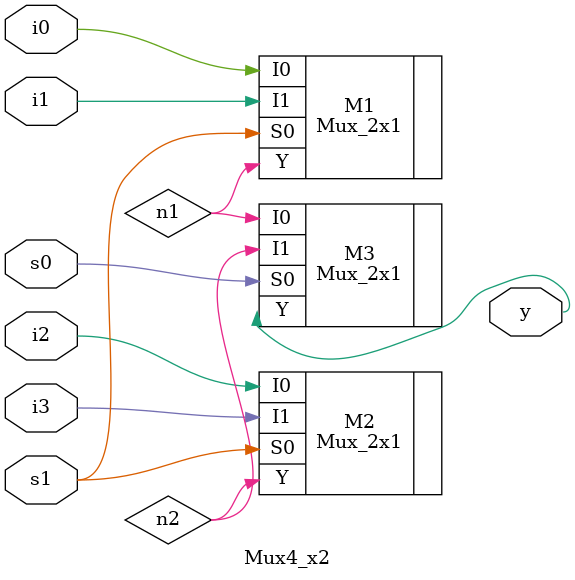
<source format=v>

module Mux4_x2(
  input i0,
  input i1,
  input i2,
  input i3,
  input s0,
  input s1,
  output y
);
wire n1;
wire n2;
Mux_2x1 M1(
  .I0(i0),
  .I1(i1),
  .S0(s1),
  .Y(n1)
);

Mux_2x1 M2(
  .I0(i2),
  .I1(i3),
  .S0(s1),
  .Y(n2)
);

Mux_2x1 M3(
  .I0(n1),
  .I1(n2),
  .S0(s0),
  .Y(y)
);

endmodule

</source>
